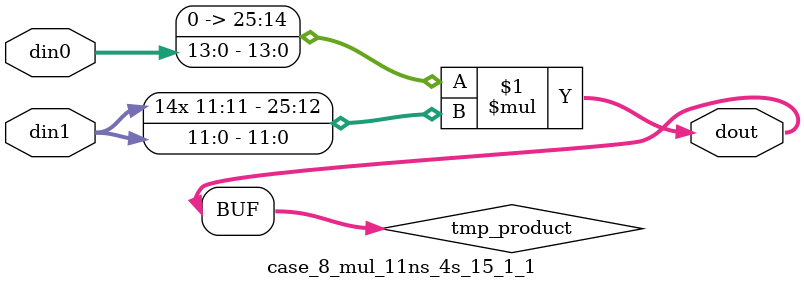
<source format=v>

`timescale 1 ns / 1 ps

 (* use_dsp = "no" *)  module case_8_mul_11ns_4s_15_1_1(din0, din1, dout);
parameter ID = 1;
parameter NUM_STAGE = 0;
parameter din0_WIDTH = 14;
parameter din1_WIDTH = 12;
parameter dout_WIDTH = 26;

input [din0_WIDTH - 1 : 0] din0; 
input [din1_WIDTH - 1 : 0] din1; 
output [dout_WIDTH - 1 : 0] dout;

wire signed [dout_WIDTH - 1 : 0] tmp_product;

























assign tmp_product = $signed({1'b0, din0}) * $signed(din1);










assign dout = tmp_product;





















endmodule

</source>
